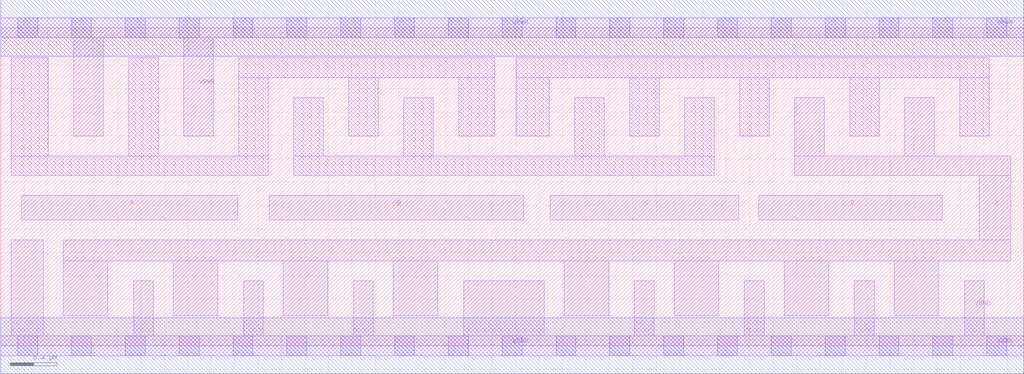
<source format=lef>
# Copyright 2020 The SkyWater PDK Authors
#
# Licensed under the Apache License, Version 2.0 (the "License");
# you may not use this file except in compliance with the License.
# You may obtain a copy of the License at
#
#     https://www.apache.org/licenses/LICENSE-2.0
#
# Unless required by applicable law or agreed to in writing, software
# distributed under the License is distributed on an "AS IS" BASIS,
# WITHOUT WARRANTIES OR CONDITIONS OF ANY KIND, either express or implied.
# See the License for the specific language governing permissions and
# limitations under the License.
#
# SPDX-License-Identifier: Apache-2.0

VERSION 5.7 ;
  NAMESCASESENSITIVE ON ;
  NOWIREEXTENSIONATPIN ON ;
  DIVIDERCHAR "/" ;
  BUSBITCHARS "[]" ;
UNITS
  DATABASE MICRONS 200 ;
END UNITS
PROPERTYDEFINITIONS
  MACRO maskLayoutSubType STRING ;
  MACRO prCellType STRING ;
  MACRO originalViewName STRING ;
END PROPERTYDEFINITIONS
MACRO sky130_fd_sc_hdll__nor4_4
  CLASS CORE ;
  FOREIGN sky130_fd_sc_hdll__nor4_4 ;
  ORIGIN  0.000000  0.000000 ;
  SIZE  8.740000 BY  2.720000 ;
  SYMMETRY X Y R90 ;
  SITE unithd ;
  PIN A
    ANTENNAGATEAREA  1.110000 ;
    DIRECTION INPUT ;
    USE SIGNAL ;
    PORT
      LAYER li1 ;
        RECT 0.180000 1.075000 2.025000 1.285000 ;
    END
  END A
  PIN B
    ANTENNAGATEAREA  1.110000 ;
    DIRECTION INPUT ;
    USE SIGNAL ;
    PORT
      LAYER li1 ;
        RECT 2.295000 1.075000 4.470000 1.285000 ;
    END
  END B
  PIN C
    ANTENNAGATEAREA  1.110000 ;
    DIRECTION INPUT ;
    USE SIGNAL ;
    PORT
      LAYER li1 ;
        RECT 4.695000 1.075000 6.305000 1.285000 ;
    END
  END C
  PIN D
    ANTENNAGATEAREA  1.110000 ;
    DIRECTION INPUT ;
    USE SIGNAL ;
    PORT
      LAYER li1 ;
        RECT 6.475000 1.075000 8.045000 1.285000 ;
    END
  END D
  PIN Y
    ANTENNADIFFAREA  2.374000 ;
    DIRECTION OUTPUT ;
    USE SIGNAL ;
    PORT
      LAYER li1 ;
        RECT 0.535000 0.255000 0.915000 0.725000 ;
        RECT 0.535000 0.725000 8.630000 0.905000 ;
        RECT 1.475000 0.255000 1.855000 0.725000 ;
        RECT 2.415000 0.255000 2.795000 0.725000 ;
        RECT 3.355000 0.255000 3.735000 0.725000 ;
        RECT 4.815000 0.255000 5.195000 0.725000 ;
        RECT 5.755000 0.255000 6.135000 0.725000 ;
        RECT 6.695000 0.255000 7.075000 0.725000 ;
        RECT 6.785000 1.455000 8.630000 1.625000 ;
        RECT 6.785000 1.625000 7.035000 2.125000 ;
        RECT 7.635000 0.255000 8.015000 0.725000 ;
        RECT 7.725000 1.625000 7.975000 2.125000 ;
        RECT 8.360000 0.905000 8.630000 1.455000 ;
    END
  END Y
  PIN VGND
    DIRECTION INOUT ;
    USE GROUND ;
    PORT
      LAYER li1 ;
        RECT 0.000000 -0.085000 8.740000 0.085000 ;
        RECT 0.090000  0.085000 0.365000 0.905000 ;
        RECT 1.135000  0.085000 1.305000 0.555000 ;
        RECT 2.075000  0.085000 2.245000 0.555000 ;
        RECT 3.015000  0.085000 3.185000 0.555000 ;
        RECT 3.955000  0.085000 4.645000 0.555000 ;
        RECT 5.415000  0.085000 5.585000 0.555000 ;
        RECT 6.355000  0.085000 6.525000 0.555000 ;
        RECT 7.295000  0.085000 7.465000 0.555000 ;
        RECT 8.235000  0.085000 8.405000 0.555000 ;
      LAYER mcon ;
        RECT 0.145000 -0.085000 0.315000 0.085000 ;
        RECT 0.605000 -0.085000 0.775000 0.085000 ;
        RECT 1.065000 -0.085000 1.235000 0.085000 ;
        RECT 1.525000 -0.085000 1.695000 0.085000 ;
        RECT 1.985000 -0.085000 2.155000 0.085000 ;
        RECT 2.445000 -0.085000 2.615000 0.085000 ;
        RECT 2.905000 -0.085000 3.075000 0.085000 ;
        RECT 3.365000 -0.085000 3.535000 0.085000 ;
        RECT 3.825000 -0.085000 3.995000 0.085000 ;
        RECT 4.285000 -0.085000 4.455000 0.085000 ;
        RECT 4.745000 -0.085000 4.915000 0.085000 ;
        RECT 5.205000 -0.085000 5.375000 0.085000 ;
        RECT 5.665000 -0.085000 5.835000 0.085000 ;
        RECT 6.125000 -0.085000 6.295000 0.085000 ;
        RECT 6.585000 -0.085000 6.755000 0.085000 ;
        RECT 7.045000 -0.085000 7.215000 0.085000 ;
        RECT 7.505000 -0.085000 7.675000 0.085000 ;
        RECT 7.965000 -0.085000 8.135000 0.085000 ;
        RECT 8.425000 -0.085000 8.595000 0.085000 ;
      LAYER met1 ;
        RECT 0.000000 -0.240000 8.740000 0.240000 ;
    END
  END VGND
  PIN VPWR
    DIRECTION INOUT ;
    USE POWER ;
    PORT
      LAYER li1 ;
        RECT 0.000000 2.635000 8.740000 2.805000 ;
        RECT 0.625000 1.795000 0.875000 2.635000 ;
        RECT 1.565000 1.795000 1.815000 2.635000 ;
      LAYER mcon ;
        RECT 0.145000 2.635000 0.315000 2.805000 ;
        RECT 0.605000 2.635000 0.775000 2.805000 ;
        RECT 1.065000 2.635000 1.235000 2.805000 ;
        RECT 1.525000 2.635000 1.695000 2.805000 ;
        RECT 1.985000 2.635000 2.155000 2.805000 ;
        RECT 2.445000 2.635000 2.615000 2.805000 ;
        RECT 2.905000 2.635000 3.075000 2.805000 ;
        RECT 3.365000 2.635000 3.535000 2.805000 ;
        RECT 3.825000 2.635000 3.995000 2.805000 ;
        RECT 4.285000 2.635000 4.455000 2.805000 ;
        RECT 4.745000 2.635000 4.915000 2.805000 ;
        RECT 5.205000 2.635000 5.375000 2.805000 ;
        RECT 5.665000 2.635000 5.835000 2.805000 ;
        RECT 6.125000 2.635000 6.295000 2.805000 ;
        RECT 6.585000 2.635000 6.755000 2.805000 ;
        RECT 7.045000 2.635000 7.215000 2.805000 ;
        RECT 7.505000 2.635000 7.675000 2.805000 ;
        RECT 7.965000 2.635000 8.135000 2.805000 ;
        RECT 8.425000 2.635000 8.595000 2.805000 ;
      LAYER met1 ;
        RECT 0.000000 2.480000 8.740000 2.960000 ;
    END
  END VPWR
  OBS
    LAYER li1 ;
      RECT 0.090000 1.455000 2.285000 1.625000 ;
      RECT 0.090000 1.625000 0.405000 2.465000 ;
      RECT 1.095000 1.625000 1.345000 2.465000 ;
      RECT 2.035000 1.625000 2.285000 2.295000 ;
      RECT 2.035000 2.295000 4.220000 2.465000 ;
      RECT 2.505000 1.455000 6.095000 1.625000 ;
      RECT 2.505000 1.625000 2.755000 2.125000 ;
      RECT 2.975000 1.795000 3.225000 2.295000 ;
      RECT 3.445000 1.625000 3.695000 2.125000 ;
      RECT 3.915000 1.795000 4.220000 2.295000 ;
      RECT 4.405000 1.795000 4.685000 2.295000 ;
      RECT 4.405000 2.295000 8.445000 2.465000 ;
      RECT 4.905000 1.625000 5.155000 2.125000 ;
      RECT 5.375000 1.795000 5.625000 2.295000 ;
      RECT 5.845000 1.625000 6.095000 2.125000 ;
      RECT 6.315000 1.795000 6.565000 2.295000 ;
      RECT 7.255000 1.795000 7.505000 2.295000 ;
      RECT 8.195000 1.795000 8.445000 2.295000 ;
  END
  PROPERTY maskLayoutSubType "abstract" ;
  PROPERTY prCellType "standard" ;
  PROPERTY originalViewName "layout" ;
END sky130_fd_sc_hdll__nor4_4

</source>
